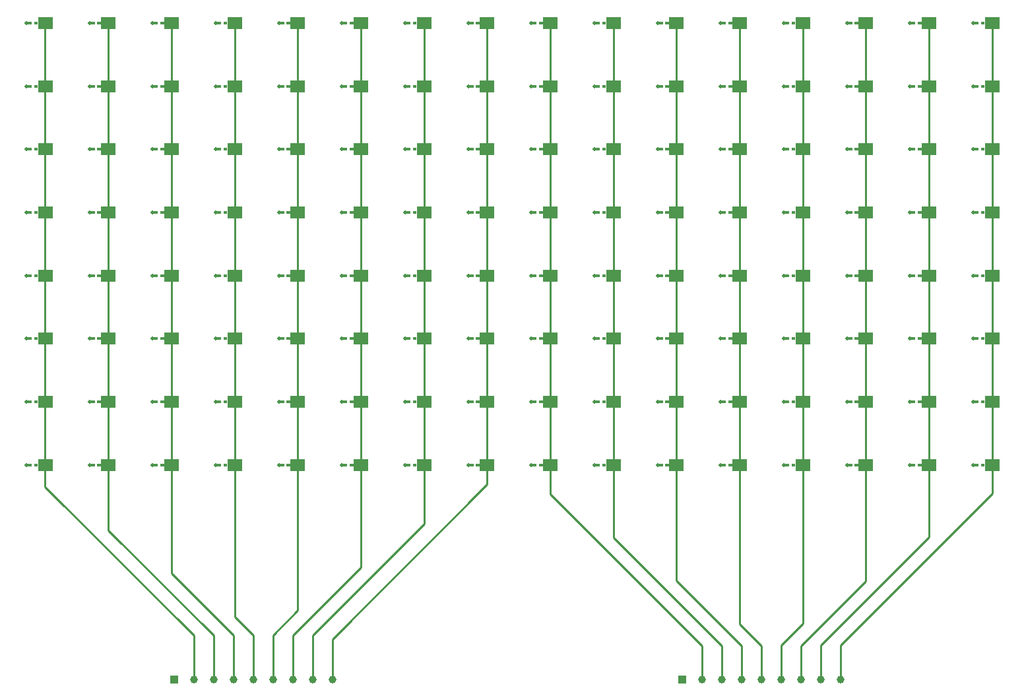
<source format=gtl>
G04*
G04 #@! TF.GenerationSoftware,Altium Limited,Altium Designer,25.3.3 (18)*
G04*
G04 Layer_Physical_Order=1*
G04 Layer_Color=255*
%FSLAX44Y44*%
%MOMM*%
G71*
G04*
G04 #@! TF.SameCoordinates,CB88EDEE-3B84-468B-BC6F-DFD1C9856FDA*
G04*
G04*
G04 #@! TF.FilePolarity,Positive*
G04*
G01*
G75*
%ADD12C,0.2540*%
%ADD13R,0.2500X0.3000*%
%ADD18R,1.9000X1.5000*%
%ADD19R,0.4500X0.4000*%
%ADD20R,0.5125X0.4000*%
%ADD21C,0.9850*%
%ADD22R,0.9850X0.9850*%
%ADD23C,0.5000*%
D12*
X1078810Y537900D02*
X1273810Y342900D01*
X1078810Y537900D02*
Y552450D01*
X1159810Y482300D02*
X1299210Y342900D01*
X1159810Y482300D02*
Y552450D01*
X1240810Y426700D02*
X1324610Y342900D01*
X1240810Y426700D02*
Y552450D01*
X1321810Y371100D02*
X1350010Y342900D01*
X1321810Y371100D02*
Y552450D01*
X1375410Y344170D02*
X1402810Y371570D01*
Y552450D01*
X1400810Y342900D02*
X1483810Y425900D01*
Y552450D01*
X1426210Y344170D02*
X1564810Y482770D01*
Y552450D01*
X1451610Y344170D02*
X1645810Y538370D01*
Y552450D01*
X1451610Y300000D02*
Y344170D01*
X1426210Y300000D02*
Y344170D01*
X1400810Y300000D02*
Y342900D01*
X1375410Y300000D02*
Y344170D01*
X1350010Y300000D02*
Y342900D01*
X1324610Y300000D02*
Y342900D01*
X1299210Y300000D02*
Y342900D01*
X1273810Y300000D02*
Y342900D01*
X799060Y351790D02*
X997810Y550540D01*
Y552450D01*
X646660Y300000D02*
Y356640D01*
X621260Y300000D02*
Y356640D01*
X430530Y547370D02*
X621260Y356640D01*
X511810Y491490D02*
X646660Y356640D01*
X697460Y300000D02*
Y356640D01*
X672060Y300000D02*
Y356640D01*
X722860Y300000D02*
Y356640D01*
X748260Y300000D02*
Y356640D01*
X773660Y300000D02*
Y356640D01*
X799060Y300000D02*
Y351790D01*
X722860Y356640D02*
X754810Y388590D01*
X748260Y356640D02*
X835810Y444190D01*
X773660Y356640D02*
X916810Y499790D01*
X592810Y435890D02*
X672060Y356640D01*
X673810Y380290D02*
X697460Y356640D01*
X916810Y499790D02*
Y552450D01*
X835810Y444190D02*
Y552450D01*
X754810Y388590D02*
Y552450D01*
X673810Y380290D02*
Y552450D01*
X592810Y435890D02*
Y552450D01*
X511810Y491490D02*
Y552450D01*
X1645810D02*
Y1149350D01*
X1564810Y552450D02*
Y1149350D01*
X1483810Y552450D02*
Y1149350D01*
X1402810Y552450D02*
Y1149350D01*
X1321810Y552450D02*
Y1149350D01*
X1240810Y552450D02*
Y1149350D01*
X1159810Y552450D02*
Y1149350D01*
X1078810Y552450D02*
Y1149350D01*
X997810Y552450D02*
Y1149350D01*
X916810Y552450D02*
Y1149350D01*
X835810Y552450D02*
Y1149350D01*
X754810Y552450D02*
Y1149350D01*
X673810Y552450D02*
Y1149350D01*
X592810Y552450D02*
Y1149350D01*
X511810Y552450D02*
Y1149350D01*
X430530Y547370D02*
Y605790D01*
Y1149350D01*
D13*
X1632300Y575310D02*
D03*
X1627500D02*
D03*
X417300Y1142310D02*
D03*
X412500D02*
D03*
X417300Y1061310D02*
D03*
X412500D02*
D03*
X417300Y980310D02*
D03*
X412500D02*
D03*
X417300Y899310D02*
D03*
X412500D02*
D03*
X417300Y818310D02*
D03*
X412500D02*
D03*
X417300Y737310D02*
D03*
X412500D02*
D03*
X417300Y656310D02*
D03*
X412500D02*
D03*
Y575310D02*
D03*
X417300D02*
D03*
X498300Y1142310D02*
D03*
X493500D02*
D03*
X498300Y1061310D02*
D03*
X493500D02*
D03*
X498300Y980310D02*
D03*
X493500D02*
D03*
X498300Y899310D02*
D03*
X493500D02*
D03*
X498300Y818310D02*
D03*
X493500D02*
D03*
X498300Y737310D02*
D03*
X493500D02*
D03*
X498300Y656310D02*
D03*
X493500D02*
D03*
X498300Y575310D02*
D03*
X493500D02*
D03*
X579300Y1142310D02*
D03*
X574500D02*
D03*
X579300Y1061310D02*
D03*
X574500D02*
D03*
X579300Y980310D02*
D03*
X574500D02*
D03*
X579300Y899310D02*
D03*
X574500D02*
D03*
X579300Y818310D02*
D03*
X574500D02*
D03*
X579300Y737310D02*
D03*
X574500D02*
D03*
X579300Y656310D02*
D03*
X574500D02*
D03*
X579300Y575310D02*
D03*
X574500D02*
D03*
X660300Y1142310D02*
D03*
X655500D02*
D03*
X660300Y1061310D02*
D03*
X655500D02*
D03*
X660300Y980310D02*
D03*
X655500D02*
D03*
X660300Y899310D02*
D03*
X655500D02*
D03*
X660300Y818310D02*
D03*
X655500D02*
D03*
X660300Y737310D02*
D03*
X655500D02*
D03*
X660300Y656310D02*
D03*
X655500D02*
D03*
X660300Y575310D02*
D03*
X655500D02*
D03*
X741300Y1142310D02*
D03*
X736500D02*
D03*
X741300Y1061310D02*
D03*
X736500D02*
D03*
X741300Y980310D02*
D03*
X736500D02*
D03*
X741300Y899310D02*
D03*
X736500D02*
D03*
X741300Y818310D02*
D03*
X736500D02*
D03*
X741300Y737310D02*
D03*
X736500D02*
D03*
X741300Y656310D02*
D03*
X736500D02*
D03*
X741300Y575310D02*
D03*
X736500D02*
D03*
X822300Y1142310D02*
D03*
X817500D02*
D03*
X822300Y1061310D02*
D03*
X817500D02*
D03*
X822300Y980310D02*
D03*
X817500D02*
D03*
X822300Y899310D02*
D03*
X817500D02*
D03*
X822300Y818310D02*
D03*
X817500D02*
D03*
X822300Y737310D02*
D03*
X817500D02*
D03*
X822300Y656310D02*
D03*
X817500D02*
D03*
X822300Y575310D02*
D03*
X817500D02*
D03*
X903300Y1142310D02*
D03*
X898500D02*
D03*
X903300Y1061310D02*
D03*
X898500D02*
D03*
X903300Y980310D02*
D03*
X898500D02*
D03*
X903300Y899310D02*
D03*
X898500D02*
D03*
X903300Y818310D02*
D03*
X898500D02*
D03*
X903300Y737310D02*
D03*
X898500D02*
D03*
X903300Y656310D02*
D03*
X898500D02*
D03*
X903300Y575310D02*
D03*
X898500D02*
D03*
X984300Y1142310D02*
D03*
X979500D02*
D03*
X984300Y1061310D02*
D03*
X979500D02*
D03*
X984300Y980310D02*
D03*
X979500D02*
D03*
X984300Y899310D02*
D03*
X979500D02*
D03*
X984300Y818310D02*
D03*
X979500D02*
D03*
X984300Y737310D02*
D03*
X979500D02*
D03*
X984300Y656310D02*
D03*
X979500D02*
D03*
X984300Y575310D02*
D03*
X979500D02*
D03*
X1065300Y1142310D02*
D03*
X1060500D02*
D03*
X1065300Y1061310D02*
D03*
X1060500D02*
D03*
X1065300Y980310D02*
D03*
X1060500D02*
D03*
X1065300Y899310D02*
D03*
X1060500D02*
D03*
X1065300Y818310D02*
D03*
X1060500D02*
D03*
X1065300Y737310D02*
D03*
X1060500D02*
D03*
X1065300Y656310D02*
D03*
X1060500D02*
D03*
X1065300Y575310D02*
D03*
X1060500D02*
D03*
X1146300Y1142310D02*
D03*
X1141500D02*
D03*
X1146300Y1061310D02*
D03*
X1141500D02*
D03*
X1146300Y980310D02*
D03*
X1141500D02*
D03*
X1146300Y899310D02*
D03*
X1141500D02*
D03*
X1146300Y818310D02*
D03*
X1141500D02*
D03*
X1146300Y737310D02*
D03*
X1141500D02*
D03*
X1146300Y656310D02*
D03*
X1141500D02*
D03*
X1146300Y575310D02*
D03*
X1141500D02*
D03*
X1227300Y1142310D02*
D03*
X1222500D02*
D03*
X1227300Y1061310D02*
D03*
X1222500D02*
D03*
X1227300Y980310D02*
D03*
X1222500D02*
D03*
X1227300Y899310D02*
D03*
X1222500D02*
D03*
X1227300Y818310D02*
D03*
X1222500D02*
D03*
X1227300Y737310D02*
D03*
X1222500D02*
D03*
X1227300Y656310D02*
D03*
X1222500D02*
D03*
X1227300Y575310D02*
D03*
X1222500D02*
D03*
X1308300Y1142310D02*
D03*
X1303500D02*
D03*
X1308300Y1061310D02*
D03*
X1303500D02*
D03*
X1308300Y980310D02*
D03*
X1303500D02*
D03*
X1308300Y899310D02*
D03*
X1303500D02*
D03*
X1308300Y818310D02*
D03*
X1303500D02*
D03*
X1308300Y737310D02*
D03*
X1303500D02*
D03*
X1308300Y656310D02*
D03*
X1303500D02*
D03*
X1308300Y575310D02*
D03*
X1303500D02*
D03*
X1389300Y1142310D02*
D03*
X1384500D02*
D03*
X1389300Y1061310D02*
D03*
X1384500D02*
D03*
X1389300Y980310D02*
D03*
X1384500D02*
D03*
X1389300Y899310D02*
D03*
X1384500D02*
D03*
X1389300Y818310D02*
D03*
X1384500D02*
D03*
X1389300Y737310D02*
D03*
X1384500D02*
D03*
X1389300Y656310D02*
D03*
X1384500D02*
D03*
X1389300Y575310D02*
D03*
X1384500D02*
D03*
X1470300Y1142310D02*
D03*
X1465500D02*
D03*
X1470300Y1061310D02*
D03*
X1465500D02*
D03*
X1470300Y980310D02*
D03*
X1465500D02*
D03*
X1470300Y899310D02*
D03*
X1465500D02*
D03*
X1470300Y818310D02*
D03*
X1465500D02*
D03*
X1470300Y737310D02*
D03*
X1465500D02*
D03*
X1470300Y656310D02*
D03*
X1465500D02*
D03*
X1470300Y575310D02*
D03*
X1465500D02*
D03*
X1551300Y1142310D02*
D03*
X1546500D02*
D03*
X1551300Y1061310D02*
D03*
X1546500D02*
D03*
X1551300Y980310D02*
D03*
X1546500D02*
D03*
X1551300Y899310D02*
D03*
X1546500D02*
D03*
X1551300Y818310D02*
D03*
X1546500D02*
D03*
X1551300Y737310D02*
D03*
X1546500D02*
D03*
X1551300Y656310D02*
D03*
X1546500D02*
D03*
X1551300Y575310D02*
D03*
X1546500D02*
D03*
X1632300Y1142310D02*
D03*
X1627500D02*
D03*
X1632300Y1061310D02*
D03*
X1627500D02*
D03*
X1632300Y980310D02*
D03*
X1627500D02*
D03*
X1632300Y899310D02*
D03*
X1627500D02*
D03*
X1632300Y818310D02*
D03*
X1627500D02*
D03*
X1632300Y737310D02*
D03*
X1627500D02*
D03*
X1632300Y656310D02*
D03*
X1627500D02*
D03*
D18*
X1645650Y575310D02*
D03*
Y656310D02*
D03*
Y737310D02*
D03*
Y818310D02*
D03*
Y899310D02*
D03*
Y980310D02*
D03*
Y1061310D02*
D03*
Y1142310D02*
D03*
X1564650Y575310D02*
D03*
Y656310D02*
D03*
Y737310D02*
D03*
Y818310D02*
D03*
Y899310D02*
D03*
Y980310D02*
D03*
Y1061310D02*
D03*
Y1142310D02*
D03*
X1483650Y575310D02*
D03*
Y656310D02*
D03*
Y737310D02*
D03*
Y818310D02*
D03*
Y899310D02*
D03*
Y980310D02*
D03*
Y1061310D02*
D03*
Y1142310D02*
D03*
X1402650Y575310D02*
D03*
Y656310D02*
D03*
Y737310D02*
D03*
Y818310D02*
D03*
Y899310D02*
D03*
Y980310D02*
D03*
Y1061310D02*
D03*
Y1142310D02*
D03*
X1321650Y575310D02*
D03*
Y656310D02*
D03*
Y737310D02*
D03*
Y818310D02*
D03*
Y899310D02*
D03*
Y980310D02*
D03*
Y1061310D02*
D03*
Y1142310D02*
D03*
X1240650Y575310D02*
D03*
Y656310D02*
D03*
Y737310D02*
D03*
Y818310D02*
D03*
Y899310D02*
D03*
Y980310D02*
D03*
Y1061310D02*
D03*
Y1142310D02*
D03*
X1159650Y575310D02*
D03*
Y656310D02*
D03*
Y737310D02*
D03*
Y818310D02*
D03*
Y899310D02*
D03*
Y980310D02*
D03*
Y1061310D02*
D03*
Y1142310D02*
D03*
X1078650Y575310D02*
D03*
Y656310D02*
D03*
Y737310D02*
D03*
Y818310D02*
D03*
Y899310D02*
D03*
Y980310D02*
D03*
Y1061310D02*
D03*
Y1142310D02*
D03*
X997650Y575310D02*
D03*
Y656310D02*
D03*
Y737310D02*
D03*
Y818310D02*
D03*
Y899310D02*
D03*
Y980310D02*
D03*
Y1061310D02*
D03*
Y1142310D02*
D03*
X916650Y575310D02*
D03*
Y656310D02*
D03*
Y737310D02*
D03*
Y818310D02*
D03*
Y899310D02*
D03*
Y980310D02*
D03*
Y1061310D02*
D03*
Y1142310D02*
D03*
X835650Y575310D02*
D03*
Y656310D02*
D03*
Y737310D02*
D03*
Y818310D02*
D03*
Y899310D02*
D03*
Y980310D02*
D03*
Y1061310D02*
D03*
Y1142310D02*
D03*
X754650Y575310D02*
D03*
Y656310D02*
D03*
Y737310D02*
D03*
Y818310D02*
D03*
Y899310D02*
D03*
Y980310D02*
D03*
Y1061310D02*
D03*
Y1142310D02*
D03*
X673650Y575310D02*
D03*
Y656310D02*
D03*
Y737310D02*
D03*
Y818310D02*
D03*
Y899310D02*
D03*
Y980310D02*
D03*
Y1061310D02*
D03*
Y1142310D02*
D03*
X592650Y575310D02*
D03*
Y656310D02*
D03*
Y737310D02*
D03*
Y818310D02*
D03*
Y899310D02*
D03*
Y980310D02*
D03*
Y1061310D02*
D03*
Y1142310D02*
D03*
X511650Y575310D02*
D03*
Y656310D02*
D03*
Y737310D02*
D03*
Y818310D02*
D03*
Y899310D02*
D03*
Y980310D02*
D03*
Y1061310D02*
D03*
Y1142310D02*
D03*
X430650Y575310D02*
D03*
Y656310D02*
D03*
Y737310D02*
D03*
Y818310D02*
D03*
Y899310D02*
D03*
Y980310D02*
D03*
Y1061310D02*
D03*
Y1142310D02*
D03*
D19*
X1634400Y575310D02*
D03*
Y656310D02*
D03*
Y737310D02*
D03*
Y818310D02*
D03*
Y899310D02*
D03*
Y980310D02*
D03*
Y1061310D02*
D03*
Y1142310D02*
D03*
X1553400Y575310D02*
D03*
Y656310D02*
D03*
Y737310D02*
D03*
Y818310D02*
D03*
Y899310D02*
D03*
Y980310D02*
D03*
Y1061310D02*
D03*
Y1142310D02*
D03*
X1472400Y575310D02*
D03*
Y656310D02*
D03*
Y737310D02*
D03*
Y818310D02*
D03*
Y899310D02*
D03*
Y980310D02*
D03*
Y1061310D02*
D03*
Y1142310D02*
D03*
X1391400Y575310D02*
D03*
Y656310D02*
D03*
Y737310D02*
D03*
Y818310D02*
D03*
Y899310D02*
D03*
Y980310D02*
D03*
Y1061310D02*
D03*
Y1142310D02*
D03*
X1310400Y575310D02*
D03*
Y656310D02*
D03*
Y737310D02*
D03*
Y818310D02*
D03*
Y899310D02*
D03*
Y980310D02*
D03*
Y1061310D02*
D03*
Y1142310D02*
D03*
X1229400Y575310D02*
D03*
Y656310D02*
D03*
Y737310D02*
D03*
Y818310D02*
D03*
Y899310D02*
D03*
Y980310D02*
D03*
Y1061310D02*
D03*
Y1142310D02*
D03*
X1148400Y575310D02*
D03*
Y656310D02*
D03*
Y737310D02*
D03*
Y818310D02*
D03*
Y899310D02*
D03*
Y980310D02*
D03*
Y1061310D02*
D03*
Y1142310D02*
D03*
X1067400Y575310D02*
D03*
Y656310D02*
D03*
Y737310D02*
D03*
Y818310D02*
D03*
Y899310D02*
D03*
Y980310D02*
D03*
Y1061310D02*
D03*
Y1142310D02*
D03*
X986400Y575310D02*
D03*
Y656310D02*
D03*
Y737310D02*
D03*
Y818310D02*
D03*
Y899310D02*
D03*
Y980310D02*
D03*
Y1061310D02*
D03*
Y1142310D02*
D03*
X905400Y575310D02*
D03*
Y656310D02*
D03*
Y737310D02*
D03*
Y818310D02*
D03*
Y899310D02*
D03*
Y980310D02*
D03*
Y1061310D02*
D03*
Y1142310D02*
D03*
X824400Y575310D02*
D03*
Y656310D02*
D03*
Y737310D02*
D03*
Y818310D02*
D03*
Y899310D02*
D03*
Y980310D02*
D03*
Y1061310D02*
D03*
Y1142310D02*
D03*
X743400Y575310D02*
D03*
Y656310D02*
D03*
Y737310D02*
D03*
Y818310D02*
D03*
Y899310D02*
D03*
Y980310D02*
D03*
Y1061310D02*
D03*
Y1142310D02*
D03*
X662400Y575310D02*
D03*
Y656310D02*
D03*
Y737310D02*
D03*
Y818310D02*
D03*
Y899310D02*
D03*
Y980310D02*
D03*
Y1061310D02*
D03*
Y1142310D02*
D03*
X581400Y575310D02*
D03*
Y656310D02*
D03*
Y737310D02*
D03*
Y818310D02*
D03*
Y899310D02*
D03*
Y980310D02*
D03*
Y1061310D02*
D03*
Y1142310D02*
D03*
X500400Y575310D02*
D03*
Y656310D02*
D03*
Y737310D02*
D03*
Y818310D02*
D03*
Y899310D02*
D03*
Y980310D02*
D03*
Y1061310D02*
D03*
Y1142310D02*
D03*
X419400Y575310D02*
D03*
Y656310D02*
D03*
Y737310D02*
D03*
Y818310D02*
D03*
Y899310D02*
D03*
Y980310D02*
D03*
Y1061310D02*
D03*
Y1142310D02*
D03*
D20*
X1625090Y575310D02*
D03*
Y656310D02*
D03*
Y737310D02*
D03*
Y818310D02*
D03*
Y899310D02*
D03*
Y980310D02*
D03*
Y1061310D02*
D03*
Y1142310D02*
D03*
X1544090Y575310D02*
D03*
Y656310D02*
D03*
Y737310D02*
D03*
Y818310D02*
D03*
Y899310D02*
D03*
Y980310D02*
D03*
Y1061310D02*
D03*
Y1142310D02*
D03*
X1463090Y575310D02*
D03*
Y656310D02*
D03*
Y737310D02*
D03*
Y818310D02*
D03*
Y899310D02*
D03*
Y980310D02*
D03*
Y1061310D02*
D03*
Y1142310D02*
D03*
X1382090Y575310D02*
D03*
Y656310D02*
D03*
Y737310D02*
D03*
Y818310D02*
D03*
Y899310D02*
D03*
Y980310D02*
D03*
Y1061310D02*
D03*
Y1142310D02*
D03*
X1301090Y575310D02*
D03*
Y656310D02*
D03*
Y737310D02*
D03*
Y818310D02*
D03*
Y899310D02*
D03*
Y980310D02*
D03*
Y1061310D02*
D03*
Y1142310D02*
D03*
X1220090Y575310D02*
D03*
Y656310D02*
D03*
Y737310D02*
D03*
Y818310D02*
D03*
Y899310D02*
D03*
Y980310D02*
D03*
Y1061310D02*
D03*
Y1142310D02*
D03*
X1139090Y575310D02*
D03*
Y656310D02*
D03*
Y737310D02*
D03*
Y818310D02*
D03*
Y899310D02*
D03*
Y980310D02*
D03*
Y1061310D02*
D03*
Y1142310D02*
D03*
X1058090Y575310D02*
D03*
Y656310D02*
D03*
Y737310D02*
D03*
Y818310D02*
D03*
Y899310D02*
D03*
Y980310D02*
D03*
Y1061310D02*
D03*
Y1142310D02*
D03*
X977090Y575310D02*
D03*
Y656310D02*
D03*
Y737310D02*
D03*
Y818310D02*
D03*
Y899310D02*
D03*
Y980310D02*
D03*
Y1061310D02*
D03*
Y1142310D02*
D03*
X896090Y575310D02*
D03*
Y656310D02*
D03*
Y737310D02*
D03*
Y818310D02*
D03*
Y899310D02*
D03*
Y980310D02*
D03*
Y1061310D02*
D03*
Y1142310D02*
D03*
X815090Y575310D02*
D03*
Y656310D02*
D03*
Y737310D02*
D03*
Y818310D02*
D03*
Y899310D02*
D03*
Y980310D02*
D03*
Y1061310D02*
D03*
Y1142310D02*
D03*
X734090Y575310D02*
D03*
Y656310D02*
D03*
Y737310D02*
D03*
Y818310D02*
D03*
Y899310D02*
D03*
Y980310D02*
D03*
Y1061310D02*
D03*
Y1142310D02*
D03*
X653090Y575310D02*
D03*
Y656310D02*
D03*
Y737310D02*
D03*
Y818310D02*
D03*
Y899310D02*
D03*
Y980310D02*
D03*
Y1061310D02*
D03*
Y1142310D02*
D03*
X572090Y575310D02*
D03*
Y656310D02*
D03*
Y737310D02*
D03*
Y818310D02*
D03*
Y899310D02*
D03*
Y980310D02*
D03*
Y1061310D02*
D03*
Y1142310D02*
D03*
X491090Y575310D02*
D03*
Y656310D02*
D03*
Y737310D02*
D03*
Y818310D02*
D03*
Y899310D02*
D03*
Y980310D02*
D03*
Y1061310D02*
D03*
Y1142310D02*
D03*
X410090Y575310D02*
D03*
Y656310D02*
D03*
Y737310D02*
D03*
Y818310D02*
D03*
Y899310D02*
D03*
Y980310D02*
D03*
Y1061310D02*
D03*
Y1142310D02*
D03*
D21*
X1451610Y300000D02*
D03*
X1426210D02*
D03*
X1400810D02*
D03*
X1375410D02*
D03*
X1350010D02*
D03*
X1324610D02*
D03*
X1299210D02*
D03*
X1273810D02*
D03*
X621260D02*
D03*
X646660D02*
D03*
X672060D02*
D03*
X697460D02*
D03*
X722860D02*
D03*
X748260D02*
D03*
X773660D02*
D03*
X799060D02*
D03*
D22*
X1248410D02*
D03*
X595860D02*
D03*
D23*
X406400Y575310D02*
D03*
X487400D02*
D03*
X811400D02*
D03*
X1540400Y899310D02*
D03*
Y737310D02*
D03*
X1621400Y575310D02*
D03*
X1540400Y818310D02*
D03*
X1621400Y656310D02*
D03*
Y737310D02*
D03*
Y818310D02*
D03*
Y899310D02*
D03*
Y980310D02*
D03*
Y1061310D02*
D03*
Y1142310D02*
D03*
X1540400Y575310D02*
D03*
Y656310D02*
D03*
Y980310D02*
D03*
Y1061310D02*
D03*
Y1142310D02*
D03*
X1459400Y575310D02*
D03*
Y656310D02*
D03*
Y737310D02*
D03*
Y818310D02*
D03*
Y899310D02*
D03*
Y980310D02*
D03*
Y1061310D02*
D03*
Y1142310D02*
D03*
X1378400Y575310D02*
D03*
Y656310D02*
D03*
Y737310D02*
D03*
Y818310D02*
D03*
Y899310D02*
D03*
Y980310D02*
D03*
Y1061310D02*
D03*
Y1142310D02*
D03*
X1297400Y575310D02*
D03*
Y656310D02*
D03*
Y737310D02*
D03*
Y818310D02*
D03*
Y899310D02*
D03*
Y980310D02*
D03*
Y1061310D02*
D03*
Y1142310D02*
D03*
X1216400Y575310D02*
D03*
Y656310D02*
D03*
Y737310D02*
D03*
Y818310D02*
D03*
Y899310D02*
D03*
Y980310D02*
D03*
Y1061310D02*
D03*
Y1142310D02*
D03*
X1135400Y575310D02*
D03*
Y656310D02*
D03*
Y737310D02*
D03*
Y818310D02*
D03*
Y899310D02*
D03*
Y980310D02*
D03*
Y1061310D02*
D03*
Y1142310D02*
D03*
X1054400Y575310D02*
D03*
Y656310D02*
D03*
Y737310D02*
D03*
Y818310D02*
D03*
Y899310D02*
D03*
Y980310D02*
D03*
Y1061310D02*
D03*
Y1142310D02*
D03*
X973400Y575310D02*
D03*
Y656310D02*
D03*
Y737310D02*
D03*
Y818310D02*
D03*
Y899310D02*
D03*
Y980310D02*
D03*
Y1061310D02*
D03*
Y1142310D02*
D03*
X892400Y575310D02*
D03*
Y656310D02*
D03*
Y737310D02*
D03*
Y818310D02*
D03*
Y899310D02*
D03*
Y980310D02*
D03*
Y1061310D02*
D03*
Y1142310D02*
D03*
X811400Y656310D02*
D03*
Y737310D02*
D03*
Y818310D02*
D03*
Y899310D02*
D03*
Y980310D02*
D03*
Y1061310D02*
D03*
Y1142310D02*
D03*
X730400Y575310D02*
D03*
Y656310D02*
D03*
Y737310D02*
D03*
Y818310D02*
D03*
Y899310D02*
D03*
Y980310D02*
D03*
Y1061310D02*
D03*
Y1142310D02*
D03*
X649400Y575310D02*
D03*
Y656310D02*
D03*
Y737310D02*
D03*
Y818310D02*
D03*
Y899310D02*
D03*
Y980310D02*
D03*
Y1061310D02*
D03*
Y1142310D02*
D03*
X568400Y575310D02*
D03*
Y656310D02*
D03*
Y737310D02*
D03*
Y818310D02*
D03*
Y899310D02*
D03*
Y980310D02*
D03*
Y1061310D02*
D03*
Y1142310D02*
D03*
X487400Y656310D02*
D03*
Y737310D02*
D03*
Y818310D02*
D03*
Y899310D02*
D03*
Y980310D02*
D03*
Y1061310D02*
D03*
Y1142310D02*
D03*
X406400Y656310D02*
D03*
Y737310D02*
D03*
Y818310D02*
D03*
Y899310D02*
D03*
Y980310D02*
D03*
Y1061310D02*
D03*
Y1142310D02*
D03*
M02*

</source>
